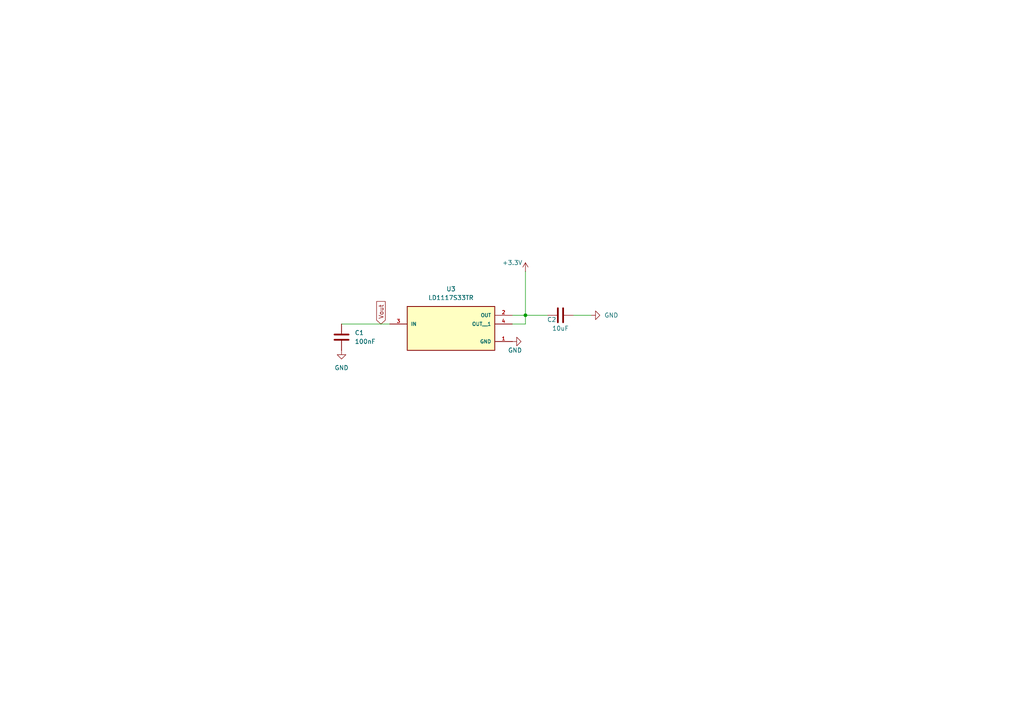
<source format=kicad_sch>
(kicad_sch
	(version 20231120)
	(generator "eeschema")
	(generator_version "8.0")
	(uuid "c5d49d10-e180-43f1-8d0c-4404002a2d69")
	(paper "A4")
	(lib_symbols
		(symbol "Device:C"
			(pin_numbers hide)
			(pin_names
				(offset 0.254)
			)
			(exclude_from_sim no)
			(in_bom yes)
			(on_board yes)
			(property "Reference" "C"
				(at 0.635 2.54 0)
				(effects
					(font
						(size 1.27 1.27)
					)
					(justify left)
				)
			)
			(property "Value" "C"
				(at 0.635 -2.54 0)
				(effects
					(font
						(size 1.27 1.27)
					)
					(justify left)
				)
			)
			(property "Footprint" ""
				(at 0.9652 -3.81 0)
				(effects
					(font
						(size 1.27 1.27)
					)
					(hide yes)
				)
			)
			(property "Datasheet" "~"
				(at 0 0 0)
				(effects
					(font
						(size 1.27 1.27)
					)
					(hide yes)
				)
			)
			(property "Description" "Unpolarized capacitor"
				(at 0 0 0)
				(effects
					(font
						(size 1.27 1.27)
					)
					(hide yes)
				)
			)
			(property "ki_keywords" "cap capacitor"
				(at 0 0 0)
				(effects
					(font
						(size 1.27 1.27)
					)
					(hide yes)
				)
			)
			(property "ki_fp_filters" "C_*"
				(at 0 0 0)
				(effects
					(font
						(size 1.27 1.27)
					)
					(hide yes)
				)
			)
			(symbol "C_0_1"
				(polyline
					(pts
						(xy -2.032 -0.762) (xy 2.032 -0.762)
					)
					(stroke
						(width 0.508)
						(type default)
					)
					(fill
						(type none)
					)
				)
				(polyline
					(pts
						(xy -2.032 0.762) (xy 2.032 0.762)
					)
					(stroke
						(width 0.508)
						(type default)
					)
					(fill
						(type none)
					)
				)
			)
			(symbol "C_1_1"
				(pin passive line
					(at 0 3.81 270)
					(length 2.794)
					(name "~"
						(effects
							(font
								(size 1.27 1.27)
							)
						)
					)
					(number "1"
						(effects
							(font
								(size 1.27 1.27)
							)
						)
					)
				)
				(pin passive line
					(at 0 -3.81 90)
					(length 2.794)
					(name "~"
						(effects
							(font
								(size 1.27 1.27)
							)
						)
					)
					(number "2"
						(effects
							(font
								(size 1.27 1.27)
							)
						)
					)
				)
			)
		)
		(symbol "LD1117S33TR:LD1117S33TR"
			(pin_names
				(offset 1.016)
			)
			(exclude_from_sim no)
			(in_bom yes)
			(on_board yes)
			(property "Reference" "U3"
				(at 0 10.16 0)
				(effects
					(font
						(size 1.27 1.27)
					)
				)
			)
			(property "Value" "LD1117S33TR"
				(at 0 7.62 0)
				(effects
					(font
						(size 1.27 1.27)
					)
				)
			)
			(property "Footprint" "Motor-Flasher:SOT230P700X180-4N"
				(at 0 0 0)
				(effects
					(font
						(size 1.27 1.27)
					)
					(justify bottom)
					(hide yes)
				)
			)
			(property "Datasheet" ""
				(at 0 0 0)
				(effects
					(font
						(size 1.27 1.27)
					)
					(hide yes)
				)
			)
			(property "Description" ""
				(at 0 0 0)
				(effects
					(font
						(size 1.27 1.27)
					)
					(hide yes)
				)
			)
			(property "MANUFACTURER" "ST Microelectronics"
				(at 0 0 0)
				(effects
					(font
						(size 1.27 1.27)
					)
					(justify bottom)
					(hide yes)
				)
			)
			(symbol "LD1117S33TR_0_0"
				(rectangle
					(start -12.7 5.08)
					(end 12.7 -7.62)
					(stroke
						(width 0.254)
						(type default)
					)
					(fill
						(type background)
					)
				)
				(pin power_in line
					(at 17.78 -5.08 180)
					(length 5.08)
					(name "GND"
						(effects
							(font
								(size 1.016 1.016)
							)
						)
					)
					(number "1"
						(effects
							(font
								(size 1.016 1.016)
							)
						)
					)
				)
			)
			(symbol "LD1117S33TR_1_0"
				(pin power_out line
					(at 17.78 2.54 180)
					(length 5.08)
					(name "OUT"
						(effects
							(font
								(size 1.016 1.016)
							)
						)
					)
					(number "2"
						(effects
							(font
								(size 1.016 1.016)
							)
						)
					)
				)
				(pin power_in line
					(at -17.78 0 0)
					(length 5.08)
					(name "IN"
						(effects
							(font
								(size 1.016 1.016)
							)
						)
					)
					(number "3"
						(effects
							(font
								(size 1.016 1.016)
							)
						)
					)
				)
				(pin bidirectional line
					(at 17.78 0 180)
					(length 5.08)
					(name "OUT__1"
						(effects
							(font
								(size 1.016 1.016)
							)
						)
					)
					(number "4"
						(effects
							(font
								(size 1.016 1.016)
							)
						)
					)
				)
			)
		)
		(symbol "power:+3.3V"
			(power)
			(pin_numbers hide)
			(pin_names
				(offset 0) hide)
			(exclude_from_sim no)
			(in_bom yes)
			(on_board yes)
			(property "Reference" "#PWR"
				(at 0 -3.81 0)
				(effects
					(font
						(size 1.27 1.27)
					)
					(hide yes)
				)
			)
			(property "Value" "+3.3V"
				(at 0 3.556 0)
				(effects
					(font
						(size 1.27 1.27)
					)
				)
			)
			(property "Footprint" ""
				(at 0 0 0)
				(effects
					(font
						(size 1.27 1.27)
					)
					(hide yes)
				)
			)
			(property "Datasheet" ""
				(at 0 0 0)
				(effects
					(font
						(size 1.27 1.27)
					)
					(hide yes)
				)
			)
			(property "Description" "Power symbol creates a global label with name \"+3.3V\""
				(at 0 0 0)
				(effects
					(font
						(size 1.27 1.27)
					)
					(hide yes)
				)
			)
			(property "ki_keywords" "global power"
				(at 0 0 0)
				(effects
					(font
						(size 1.27 1.27)
					)
					(hide yes)
				)
			)
			(symbol "+3.3V_0_1"
				(polyline
					(pts
						(xy -0.762 1.27) (xy 0 2.54)
					)
					(stroke
						(width 0)
						(type default)
					)
					(fill
						(type none)
					)
				)
				(polyline
					(pts
						(xy 0 0) (xy 0 2.54)
					)
					(stroke
						(width 0)
						(type default)
					)
					(fill
						(type none)
					)
				)
				(polyline
					(pts
						(xy 0 2.54) (xy 0.762 1.27)
					)
					(stroke
						(width 0)
						(type default)
					)
					(fill
						(type none)
					)
				)
			)
			(symbol "+3.3V_1_1"
				(pin power_in line
					(at 0 0 90)
					(length 0)
					(name "~"
						(effects
							(font
								(size 1.27 1.27)
							)
						)
					)
					(number "1"
						(effects
							(font
								(size 1.27 1.27)
							)
						)
					)
				)
			)
		)
		(symbol "power:GND"
			(power)
			(pin_numbers hide)
			(pin_names
				(offset 0) hide)
			(exclude_from_sim no)
			(in_bom yes)
			(on_board yes)
			(property "Reference" "#PWR"
				(at 0 -6.35 0)
				(effects
					(font
						(size 1.27 1.27)
					)
					(hide yes)
				)
			)
			(property "Value" "GND"
				(at 0 -3.81 0)
				(effects
					(font
						(size 1.27 1.27)
					)
				)
			)
			(property "Footprint" ""
				(at 0 0 0)
				(effects
					(font
						(size 1.27 1.27)
					)
					(hide yes)
				)
			)
			(property "Datasheet" ""
				(at 0 0 0)
				(effects
					(font
						(size 1.27 1.27)
					)
					(hide yes)
				)
			)
			(property "Description" "Power symbol creates a global label with name \"GND\" , ground"
				(at 0 0 0)
				(effects
					(font
						(size 1.27 1.27)
					)
					(hide yes)
				)
			)
			(property "ki_keywords" "global power"
				(at 0 0 0)
				(effects
					(font
						(size 1.27 1.27)
					)
					(hide yes)
				)
			)
			(symbol "GND_0_1"
				(polyline
					(pts
						(xy 0 0) (xy 0 -1.27) (xy 1.27 -1.27) (xy 0 -2.54) (xy -1.27 -1.27) (xy 0 -1.27)
					)
					(stroke
						(width 0)
						(type default)
					)
					(fill
						(type none)
					)
				)
			)
			(symbol "GND_1_1"
				(pin power_in line
					(at 0 0 270)
					(length 0)
					(name "~"
						(effects
							(font
								(size 1.27 1.27)
							)
						)
					)
					(number "1"
						(effects
							(font
								(size 1.27 1.27)
							)
						)
					)
				)
			)
		)
	)
	(junction
		(at 152.4 91.44)
		(diameter 0)
		(color 0 0 0 0)
		(uuid "22e5ceb4-7d2e-4976-ab3f-5e4023db9df2")
	)
	(wire
		(pts
			(xy 171.45 91.44) (xy 166.37 91.44)
		)
		(stroke
			(width 0)
			(type default)
		)
		(uuid "09d81aff-52c5-445b-829b-cfef1eabd99b")
	)
	(wire
		(pts
			(xy 152.4 78.74) (xy 152.4 91.44)
		)
		(stroke
			(width 0)
			(type default)
		)
		(uuid "55637ce9-7a9f-48c7-bfb5-afe817e8b399")
	)
	(wire
		(pts
			(xy 152.4 91.44) (xy 152.4 93.98)
		)
		(stroke
			(width 0)
			(type default)
		)
		(uuid "64093e62-27ed-443c-84e7-907d36fd0441")
	)
	(wire
		(pts
			(xy 99.06 93.98) (xy 113.03 93.98)
		)
		(stroke
			(width 0)
			(type default)
		)
		(uuid "88b1a9a3-3cf7-4626-90bf-90d80d0bba9f")
	)
	(wire
		(pts
			(xy 152.4 93.98) (xy 148.59 93.98)
		)
		(stroke
			(width 0)
			(type default)
		)
		(uuid "bbd1f052-701d-4c27-9073-daccbf31725b")
	)
	(wire
		(pts
			(xy 158.75 91.44) (xy 152.4 91.44)
		)
		(stroke
			(width 0)
			(type default)
		)
		(uuid "e46cfb9f-dd55-4474-802d-eab73ee4db74")
	)
	(wire
		(pts
			(xy 152.4 91.44) (xy 148.59 91.44)
		)
		(stroke
			(width 0)
			(type default)
		)
		(uuid "f87ee08d-9a53-4fd9-a3b6-3521ae60284e")
	)
	(global_label "Vout"
		(shape input)
		(at 110.49 93.98 90)
		(fields_autoplaced yes)
		(effects
			(font
				(size 1.27 1.27)
			)
			(justify left)
		)
		(uuid "4519c126-3f65-4325-90b7-36e7940dad04")
		(property "Intersheetrefs" "${INTERSHEET_REFS}"
			(at 110.49 86.8825 90)
			(effects
				(font
					(size 1.27 1.27)
				)
				(justify left)
				(hide yes)
			)
		)
	)
	(symbol
		(lib_id "LD1117S33TR:LD1117S33TR")
		(at 130.81 93.98 0)
		(unit 1)
		(exclude_from_sim no)
		(in_bom yes)
		(on_board yes)
		(dnp no)
		(fields_autoplaced yes)
		(uuid "0cee6ced-25d8-467e-8416-93ceae80c0dc")
		(property "Reference" "U3"
			(at 130.81 83.82 0)
			(effects
				(font
					(size 1.27 1.27)
				)
			)
		)
		(property "Value" "LD1117S33TR"
			(at 130.81 86.36 0)
			(effects
				(font
					(size 1.27 1.27)
				)
			)
		)
		(property "Footprint" "Motor-Flasher:SOT230P700X180-4N"
			(at 130.81 93.98 0)
			(effects
				(font
					(size 1.27 1.27)
				)
				(justify bottom)
				(hide yes)
			)
		)
		(property "Datasheet" ""
			(at 130.81 93.98 0)
			(effects
				(font
					(size 1.27 1.27)
				)
				(hide yes)
			)
		)
		(property "Description" ""
			(at 130.81 93.98 0)
			(effects
				(font
					(size 1.27 1.27)
				)
				(hide yes)
			)
		)
		(property "MANUFACTURER" "ST Microelectronics"
			(at 130.81 93.98 0)
			(effects
				(font
					(size 1.27 1.27)
				)
				(justify bottom)
				(hide yes)
			)
		)
		(pin "1"
			(uuid "92da515e-1307-41ec-809c-f4dc97cdf22b")
		)
		(pin "2"
			(uuid "816b4b5f-79c9-41d6-8bf8-cbe1fea035d2")
		)
		(pin "3"
			(uuid "a84f4c8d-0de5-4fa8-9870-34ba5c1581e3")
		)
		(pin "4"
			(uuid "563d8cfe-c6e1-4567-a659-9d72f9426573")
		)
		(instances
			(project "Motor Programmer Rev. 2"
				(path "/011ae556-31c3-4ee2-a722-f56ffd3fdd08/0e9c00d7-e8c1-4296-8767-60dd2b2008c4"
					(reference "U3")
					(unit 1)
				)
			)
		)
	)
	(symbol
		(lib_id "power:GND")
		(at 171.45 91.44 90)
		(unit 1)
		(exclude_from_sim no)
		(in_bom yes)
		(on_board yes)
		(dnp no)
		(fields_autoplaced yes)
		(uuid "118f30d7-1215-4232-a2b2-3226e6a4cc20")
		(property "Reference" "#PWR05"
			(at 177.8 91.44 0)
			(effects
				(font
					(size 1.27 1.27)
				)
				(hide yes)
			)
		)
		(property "Value" "GND"
			(at 175.26 91.44 90)
			(effects
				(font
					(size 1.27 1.27)
				)
				(justify right)
			)
		)
		(property "Footprint" ""
			(at 171.45 91.44 0)
			(effects
				(font
					(size 1.27 1.27)
				)
				(hide yes)
			)
		)
		(property "Datasheet" ""
			(at 171.45 91.44 0)
			(effects
				(font
					(size 1.27 1.27)
				)
				(hide yes)
			)
		)
		(property "Description" "Power symbol creates a global label with name \"GND\" , ground"
			(at 171.45 91.44 0)
			(effects
				(font
					(size 1.27 1.27)
				)
				(hide yes)
			)
		)
		(pin "1"
			(uuid "bf9df432-c9d7-4d97-8e11-6752a986e401")
		)
		(instances
			(project "Motor Programmer Rev. 2"
				(path "/011ae556-31c3-4ee2-a722-f56ffd3fdd08/0e9c00d7-e8c1-4296-8767-60dd2b2008c4"
					(reference "#PWR05")
					(unit 1)
				)
			)
		)
	)
	(symbol
		(lib_id "power:GND")
		(at 148.59 99.06 90)
		(unit 1)
		(exclude_from_sim no)
		(in_bom yes)
		(on_board yes)
		(dnp no)
		(uuid "289e0ba0-9224-4a32-adb3-906b56884b9d")
		(property "Reference" "#PWR04"
			(at 154.94 99.06 0)
			(effects
				(font
					(size 1.27 1.27)
				)
				(hide yes)
			)
		)
		(property "Value" "GND"
			(at 147.32 101.6 90)
			(effects
				(font
					(size 1.27 1.27)
				)
				(justify right)
			)
		)
		(property "Footprint" ""
			(at 148.59 99.06 0)
			(effects
				(font
					(size 1.27 1.27)
				)
				(hide yes)
			)
		)
		(property "Datasheet" ""
			(at 148.59 99.06 0)
			(effects
				(font
					(size 1.27 1.27)
				)
				(hide yes)
			)
		)
		(property "Description" "Power symbol creates a global label with name \"GND\" , ground"
			(at 148.59 99.06 0)
			(effects
				(font
					(size 1.27 1.27)
				)
				(hide yes)
			)
		)
		(pin "1"
			(uuid "aed7ae26-4114-4231-84f0-98025944cc9a")
		)
		(instances
			(project "Motor Programmer Rev. 2"
				(path "/011ae556-31c3-4ee2-a722-f56ffd3fdd08/0e9c00d7-e8c1-4296-8767-60dd2b2008c4"
					(reference "#PWR04")
					(unit 1)
				)
			)
		)
	)
	(symbol
		(lib_id "power:+3.3V")
		(at 152.4 78.74 0)
		(unit 1)
		(exclude_from_sim no)
		(in_bom yes)
		(on_board yes)
		(dnp no)
		(uuid "3a90e7e3-5177-458c-b888-6076f9e25fb2")
		(property "Reference" "#PWR03"
			(at 152.4 82.55 0)
			(effects
				(font
					(size 1.27 1.27)
				)
				(hide yes)
			)
		)
		(property "Value" "+3.3V"
			(at 148.59 76.2 0)
			(effects
				(font
					(size 1.27 1.27)
				)
			)
		)
		(property "Footprint" ""
			(at 152.4 78.74 0)
			(effects
				(font
					(size 1.27 1.27)
				)
				(hide yes)
			)
		)
		(property "Datasheet" ""
			(at 152.4 78.74 0)
			(effects
				(font
					(size 1.27 1.27)
				)
				(hide yes)
			)
		)
		(property "Description" "Power symbol creates a global label with name \"+3.3V\""
			(at 152.4 78.74 0)
			(effects
				(font
					(size 1.27 1.27)
				)
				(hide yes)
			)
		)
		(pin "1"
			(uuid "fe014b15-7671-40cd-8a9e-8a70d1816cb5")
		)
		(instances
			(project "Motor Programmer Rev. 2"
				(path "/011ae556-31c3-4ee2-a722-f56ffd3fdd08/0e9c00d7-e8c1-4296-8767-60dd2b2008c4"
					(reference "#PWR03")
					(unit 1)
				)
			)
			(project "ESP32_S2_SOLO_N4 Kicad Reference Design"
				(path "/781e630a-908b-4db2-a21c-46db7fc2ebca"
					(reference "#PWR03")
					(unit 1)
				)
			)
			(project "esp32"
				(path "/7924cb66-cc2f-436f-aa09-a6a12e8df6be"
					(reference "#PWR05")
					(unit 1)
				)
			)
		)
	)
	(symbol
		(lib_id "power:GND")
		(at 99.06 101.6 0)
		(unit 1)
		(exclude_from_sim no)
		(in_bom yes)
		(on_board yes)
		(dnp no)
		(uuid "3ad24be3-33b0-4560-8082-948adc0f2c72")
		(property "Reference" "#PWR02"
			(at 99.06 107.95 0)
			(effects
				(font
					(size 1.27 1.27)
				)
				(hide yes)
			)
		)
		(property "Value" "GND"
			(at 99.06 106.68 0)
			(effects
				(font
					(size 1.27 1.27)
				)
			)
		)
		(property "Footprint" ""
			(at 99.06 101.6 0)
			(effects
				(font
					(size 1.27 1.27)
				)
				(hide yes)
			)
		)
		(property "Datasheet" ""
			(at 99.06 101.6 0)
			(effects
				(font
					(size 1.27 1.27)
				)
				(hide yes)
			)
		)
		(property "Description" "Power symbol creates a global label with name \"GND\" , ground"
			(at 99.06 101.6 0)
			(effects
				(font
					(size 1.27 1.27)
				)
				(hide yes)
			)
		)
		(pin "1"
			(uuid "5f74dd6d-0dd4-4459-98c5-d08689586428")
		)
		(instances
			(project "Motor Programmer Rev. 2"
				(path "/011ae556-31c3-4ee2-a722-f56ffd3fdd08/0e9c00d7-e8c1-4296-8767-60dd2b2008c4"
					(reference "#PWR02")
					(unit 1)
				)
			)
		)
	)
	(symbol
		(lib_id "Device:C")
		(at 162.56 91.44 270)
		(unit 1)
		(exclude_from_sim no)
		(in_bom yes)
		(on_board yes)
		(dnp no)
		(uuid "3c65dbac-31a9-4441-a767-8e692dce8ba4")
		(property "Reference" "C2"
			(at 160.02 92.71 90)
			(effects
				(font
					(size 1.27 1.27)
				)
			)
		)
		(property "Value" "10uF"
			(at 162.56 95.25 90)
			(effects
				(font
					(size 1.27 1.27)
				)
			)
		)
		(property "Footprint" "Capacitor_SMD:C_0805_2012Metric"
			(at 158.75 92.4052 0)
			(effects
				(font
					(size 1.27 1.27)
				)
				(hide yes)
			)
		)
		(property "Datasheet" "~"
			(at 162.56 91.44 0)
			(effects
				(font
					(size 1.27 1.27)
				)
				(hide yes)
			)
		)
		(property "Description" ""
			(at 162.56 91.44 0)
			(effects
				(font
					(size 1.27 1.27)
				)
				(hide yes)
			)
		)
		(pin "1"
			(uuid "da4cfa28-8ba2-44e0-856c-b4d82334b0af")
		)
		(pin "2"
			(uuid "d06e8d8e-728f-4364-b320-e3eded8dddc8")
		)
		(instances
			(project "Motor Programmer Rev. 2"
				(path "/011ae556-31c3-4ee2-a722-f56ffd3fdd08/0e9c00d7-e8c1-4296-8767-60dd2b2008c4"
					(reference "C2")
					(unit 1)
				)
			)
		)
	)
	(symbol
		(lib_id "Device:C")
		(at 99.06 97.79 0)
		(unit 1)
		(exclude_from_sim no)
		(in_bom yes)
		(on_board yes)
		(dnp no)
		(uuid "79c8b51d-2310-4536-9686-94996866b004")
		(property "Reference" "C1"
			(at 102.87 96.52 0)
			(effects
				(font
					(size 1.27 1.27)
				)
				(justify left)
			)
		)
		(property "Value" "100nF"
			(at 102.87 99.06 0)
			(effects
				(font
					(size 1.27 1.27)
				)
				(justify left)
			)
		)
		(property "Footprint" "Capacitor_SMD:C_0402_1005Metric"
			(at 100.0252 101.6 0)
			(effects
				(font
					(size 1.27 1.27)
				)
				(hide yes)
			)
		)
		(property "Datasheet" "~"
			(at 99.06 97.79 0)
			(effects
				(font
					(size 1.27 1.27)
				)
				(hide yes)
			)
		)
		(property "Description" ""
			(at 99.06 97.79 0)
			(effects
				(font
					(size 1.27 1.27)
				)
				(hide yes)
			)
		)
		(pin "1"
			(uuid "3ffbbfd6-a3b9-497c-aad7-fb462c5c0dfb")
		)
		(pin "2"
			(uuid "9a515cbc-3e12-42c6-a29a-670528176fdd")
		)
		(instances
			(project "Motor Programmer Rev. 2"
				(path "/011ae556-31c3-4ee2-a722-f56ffd3fdd08/0e9c00d7-e8c1-4296-8767-60dd2b2008c4"
					(reference "C1")
					(unit 1)
				)
			)
		)
	)
)

</source>
